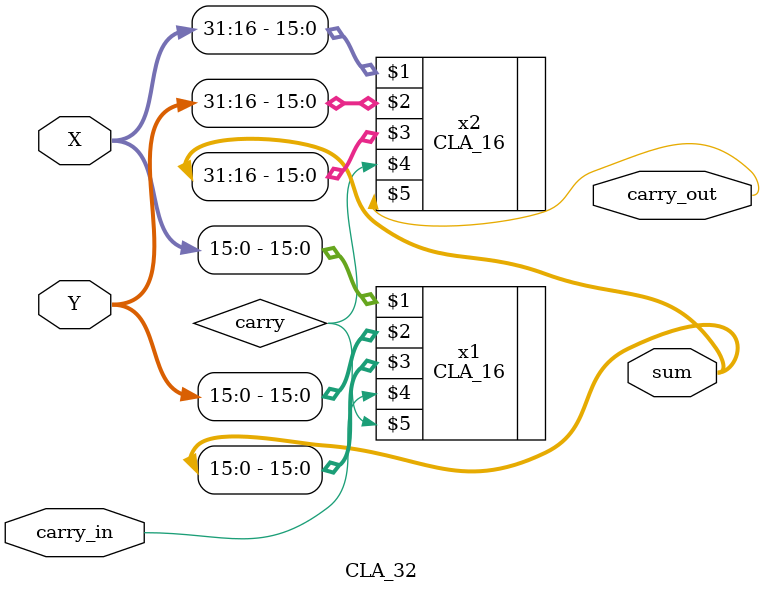
<source format=v>
`include "CLA_16.v"
module CLA_32(X,Y,sum,carry_in,carry_out);
	input [31:0]X;
	input [31:0]Y;
	input carry_in;
	output [31:0] sum;
	output carry_out;
	
	wire [31:0] sum;
	wire carry_out;
	wire carry;
	
	CLA_16 x1(X[15:0], Y[15:0], sum[15:0], carry_in, carry);
	CLA_16 x2(X[31:16], Y[31:16], sum[31:16], carry, carry_out);
endmodule

</source>
